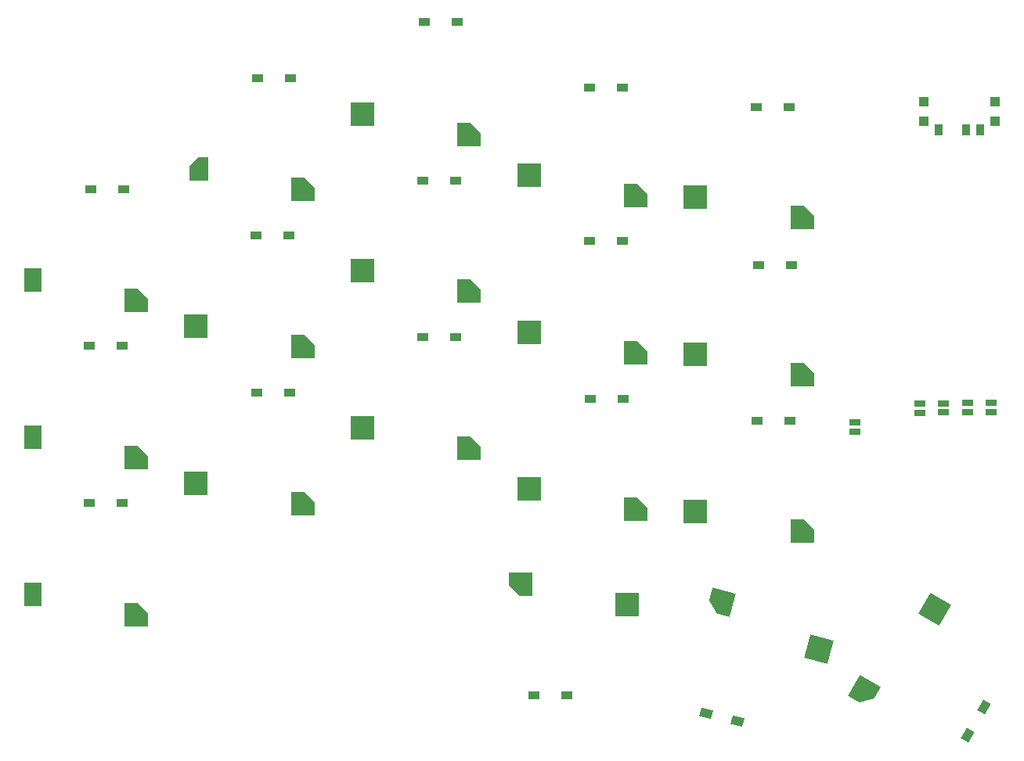
<source format=gbp>
G04 #@! TF.GenerationSoftware,KiCad,Pcbnew,(6.0.0)*
G04 #@! TF.CreationDate,2022-01-23T19:36:19+05:00*
G04 #@! TF.ProjectId,chocofi,63686f63-6f66-4692-9e6b-696361645f70,2.1*
G04 #@! TF.SameCoordinates,Original*
G04 #@! TF.FileFunction,Paste,Bot*
G04 #@! TF.FilePolarity,Positive*
%FSLAX46Y46*%
G04 Gerber Fmt 4.6, Leading zero omitted, Abs format (unit mm)*
G04 Created by KiCad (PCBNEW (6.0.0)) date 2022-01-23 19:36:19*
%MOMM*%
%LPD*%
G01*
G04 APERTURE LIST*
G04 Aperture macros list*
%AMRotRect*
0 Rectangle, with rotation*
0 The origin of the aperture is its center*
0 $1 length*
0 $2 width*
0 $3 Rotation angle, in degrees counterclockwise*
0 Add horizontal line*
21,1,$1,$2,0,0,$3*%
%AMOutline5P*
0 Free polygon, 5 corners , with rotation*
0 The origin of the aperture is its center*
0 number of corners: always 5*
0 $1 to $10 corner X, Y*
0 $11 Rotation angle, in degrees counterclockwise*
0 create outline with 5 corners*
4,1,5,$1,$2,$3,$4,$5,$6,$7,$8,$9,$10,$1,$2,$11*%
%AMOutline6P*
0 Free polygon, 6 corners , with rotation*
0 The origin of the aperture is its center*
0 number of corners: always 6*
0 $1 to $12 corner X, Y*
0 $13 Rotation angle, in degrees counterclockwise*
0 create outline with 6 corners*
4,1,6,$1,$2,$3,$4,$5,$6,$7,$8,$9,$10,$11,$12,$1,$2,$13*%
%AMOutline7P*
0 Free polygon, 7 corners , with rotation*
0 The origin of the aperture is its center*
0 number of corners: always 7*
0 $1 to $14 corner X, Y*
0 $15 Rotation angle, in degrees counterclockwise*
0 create outline with 7 corners*
4,1,7,$1,$2,$3,$4,$5,$6,$7,$8,$9,$10,$11,$12,$13,$14,$1,$2,$15*%
%AMOutline8P*
0 Free polygon, 8 corners , with rotation*
0 The origin of the aperture is its center*
0 number of corners: always 8*
0 $1 to $16 corner X, Y*
0 $17 Rotation angle, in degrees counterclockwise*
0 create outline with 8 corners*
4,1,8,$1,$2,$3,$4,$5,$6,$7,$8,$9,$10,$11,$12,$13,$14,$15,$16,$1,$2,$17*%
G04 Aperture macros list end*
%ADD10R,1.143000X0.635000*%
%ADD11R,0.900000X1.300000*%
%ADD12R,1.000000X1.000000*%
%ADD13R,1.300000X0.950000*%
%ADD14RotRect,1.300000X0.950000X345.000000*%
%ADD15RotRect,1.300000X0.950000X60.000000*%
%ADD16Outline5P,-1.300000X1.300000X0.130000X1.300000X1.300000X0.130000X1.300000X-1.300000X-1.300000X-1.300000X0.000000*%
%ADD17R,1.850000X2.600000*%
%ADD18Outline5P,-1.025000X0.275000X0.000000X1.300000X1.025000X1.300000X1.025000X-1.300000X-1.025000X-1.300000X0.000000*%
%ADD19R,2.600000X2.600000*%
%ADD20R,1.875000X2.600000*%
%ADD21Outline5P,-1.300000X1.300000X0.130000X1.300000X1.300000X0.130000X1.300000X-1.300000X-1.300000X-1.300000X180.000000*%
%ADD22Outline5P,-1.300000X1.300000X0.130000X1.300000X1.300000X0.130000X1.300000X-1.300000X-1.300000X-1.300000X165.000000*%
%ADD23RotRect,2.600000X2.600000X165.000000*%
%ADD24Outline5P,-1.300000X1.300000X0.130000X1.300000X1.300000X0.130000X1.300000X-1.300000X-1.300000X-1.300000X240.000000*%
%ADD25RotRect,2.600000X2.600000X240.000000*%
G04 APERTURE END LIST*
D10*
X166878000Y-89542620D03*
X166878000Y-90543380D03*
D11*
X175931000Y-57880000D03*
X178931000Y-57880000D03*
X180431000Y-57880000D03*
D12*
X182031000Y-56930000D03*
X182031000Y-54830000D03*
X174331000Y-54830000D03*
X174331000Y-56930000D03*
D13*
X84229400Y-64312800D03*
X87779400Y-64312800D03*
X102314200Y-52273200D03*
X105864200Y-52273200D03*
X120297400Y-46228000D03*
X123847400Y-46228000D03*
X138229800Y-53289200D03*
X141779800Y-53289200D03*
X156213000Y-55422800D03*
X159763000Y-55422800D03*
X84127800Y-81229200D03*
X87677800Y-81229200D03*
X102111000Y-69342000D03*
X105661000Y-69342000D03*
X120195800Y-63347600D03*
X123745800Y-63347600D03*
X138179000Y-69900800D03*
X141729000Y-69900800D03*
X156517800Y-72491600D03*
X160067800Y-72491600D03*
X84127800Y-98247200D03*
X87677800Y-98247200D03*
X102212600Y-86309200D03*
X105762600Y-86309200D03*
X120195800Y-80314800D03*
X123745800Y-80314800D03*
X138280600Y-86969600D03*
X141830600Y-86969600D03*
X156314600Y-89357200D03*
X159864600Y-89357200D03*
X132184600Y-119075200D03*
X135734600Y-119075200D03*
D14*
X150799764Y-121001192D03*
X154228800Y-121920000D03*
D15*
X179070666Y-123432630D03*
X180845666Y-120358240D03*
D16*
X89185000Y-76350000D03*
D17*
X78010000Y-74150000D03*
D16*
X107185000Y-64350000D03*
D18*
X95960000Y-62150000D03*
D16*
X125185000Y-58350000D03*
D19*
X113635000Y-56150000D03*
D16*
X143185000Y-64970000D03*
D19*
X131635000Y-62770000D03*
D16*
X161185000Y-67350000D03*
D19*
X149635000Y-65150000D03*
D16*
X89185000Y-93350000D03*
D20*
X78010000Y-91150000D03*
D16*
X107185000Y-81350000D03*
D19*
X95635000Y-79150000D03*
D16*
X125185000Y-75350000D03*
D19*
X113635000Y-73150000D03*
D16*
X143185000Y-81970000D03*
D19*
X131635000Y-79770000D03*
D16*
X161185000Y-84350000D03*
D19*
X149635000Y-82150000D03*
D16*
X89185000Y-110350000D03*
D20*
X78010000Y-108150000D03*
D16*
X107185000Y-98350000D03*
D19*
X95635000Y-96150000D03*
D16*
X125185000Y-92350000D03*
D19*
X113635000Y-90150000D03*
D16*
X143185000Y-98975000D03*
D19*
X131635000Y-96775000D03*
D16*
X161185000Y-101350000D03*
D19*
X149635000Y-99150000D03*
D21*
X130735000Y-107040000D03*
D19*
X142285000Y-109240000D03*
D22*
X152436566Y-108985109D03*
D23*
X163023608Y-114099506D03*
D24*
X167869649Y-118651233D03*
D25*
X175549905Y-109748640D03*
D10*
X176480000Y-87478020D03*
X176480000Y-88478780D03*
X173930000Y-87507620D03*
X173930000Y-88508380D03*
X181640000Y-87428020D03*
X181640000Y-88428780D03*
X179060000Y-87448020D03*
X179060000Y-88448780D03*
M02*

</source>
